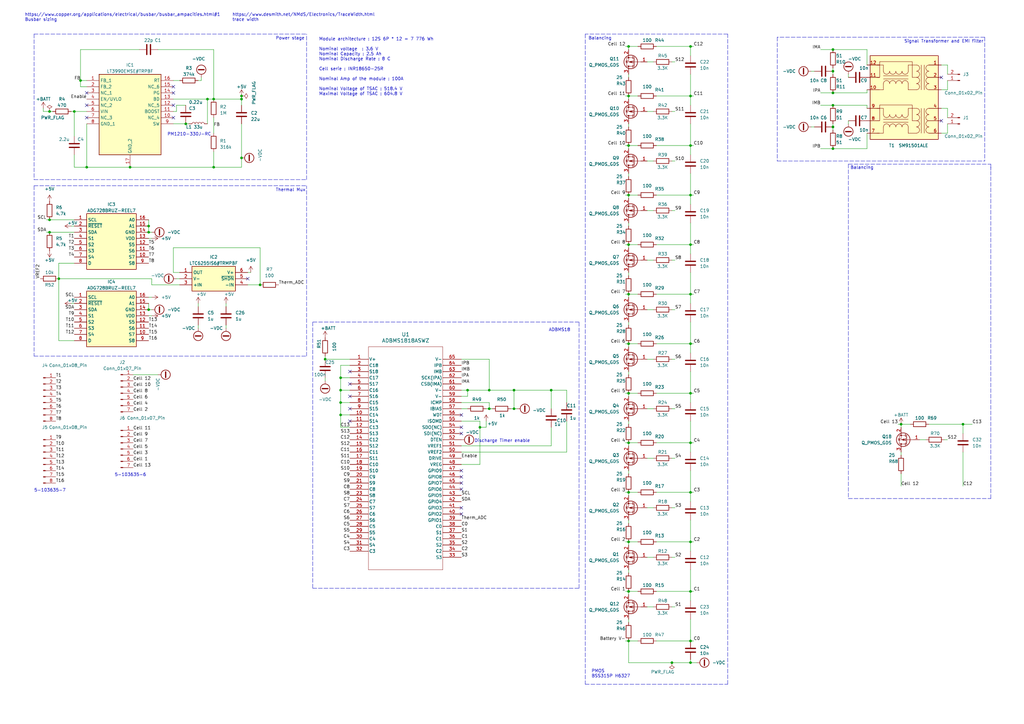
<source format=kicad_sch>
(kicad_sch (version 20231120) (generator "eeschema") (generator_version "8.0")
  (paper "A3")
  (junction (at 210.82 167.64))
  (junction (at 283.21 262.89))
  (junction (at 35.56 68.58))
  (junction (at 257.81 262.89))
  (junction (at 20.32 90.17))
  (junction (at 85.09 40.64))
  (junction (at 341.63 60.96))
  (junction (at 53.34 68.58))
  (junction (at 341.63 20.32))
  (junction (at 210.82 160.02))
  (junction (at 196.85 175.26))
  (junction (at 257.81 181.61))
  (junction (at 33.02 33.02))
  (junction (at 283.21 100.33))
  (junction (at 283.21 271.78))
  (junction (at 257.81 100.33))
  (junction (at 369.57 173.99))
  (junction (at 283.21 181.61))
  (junction (at 76.2 50.8))
  (junction (at 99.06 64.77))
  (junction (at 106.68 116.84))
  (junction (at 257.81 59.69))
  (junction (at 133.35 147.32))
  (junction (at 226.06 160.02))
  (junction (at 283.21 222.25))
  (junction (at 60.96 92.71))
  (junction (at 283.21 201.93))
  (junction (at 283.21 140.97))
  (junction (at 30.48 45.72))
  (junction (at 87.63 68.58))
  (junction (at 139.7 160.02))
  (junction (at 275.59 271.78))
  (junction (at 257.81 242.57))
  (junction (at 20.32 95.25))
  (junction (at 341.63 38.1))
  (junction (at 257.81 19.05))
  (junction (at 341.63 52.07))
  (junction (at 24.13 114.3))
  (junction (at 139.7 165.1))
  (junction (at 257.81 161.29))
  (junction (at 60.96 95.25))
  (junction (at 99.06 39.37))
  (junction (at 20.32 45.72))
  (junction (at 60.96 127))
  (junction (at 257.81 120.65))
  (junction (at 394.97 173.99))
  (junction (at 283.21 80.01))
  (junction (at 283.21 120.65))
  (junction (at 283.21 19.05))
  (junction (at 87.63 40.64))
  (junction (at 257.81 201.93))
  (junction (at 200.66 167.64))
  (junction (at 99.06 40.64))
  (junction (at 139.7 170.18))
  (junction (at 341.63 29.21))
  (junction (at 257.81 80.01))
  (junction (at 283.21 161.29))
  (junction (at 283.21 39.37))
  (junction (at 191.77 160.02))
  (junction (at 257.81 140.97))
  (junction (at 200.66 160.02))
  (junction (at 257.81 39.37))
  (junction (at 283.21 242.57))
  (junction (at 283.21 59.69))
  (junction (at 341.63 43.18))
  (junction (at 257.81 222.25))
  (junction (at 139.7 154.94))
  (no_connect (at 143.51 152.4))
  (no_connect (at 189.23 193.04))
  (no_connect (at 71.12 38.1))
  (no_connect (at 386.08 49.53))
  (no_connect (at 35.56 43.18))
  (no_connect (at 143.51 167.64))
  (no_connect (at 189.23 175.26))
  (no_connect (at 189.23 210.82))
  (no_connect (at 71.12 43.18))
  (no_connect (at 189.23 195.58))
  (no_connect (at 143.51 162.56))
  (no_connect (at 386.08 31.75))
  (no_connect (at 189.23 170.18))
  (no_connect (at 143.51 172.72))
  (no_connect (at 189.23 208.28))
  (no_connect (at 35.56 38.1))
  (no_connect (at 71.12 35.56))
  (no_connect (at 35.56 48.26))
  (no_connect (at 143.51 157.48))
  (no_connect (at 189.23 177.8))
  (no_connect (at 189.23 200.66))
  (no_connect (at 189.23 198.12))
  (no_connect (at 71.12 48.26))
  (no_connect (at 101.6 114.3))
  (wire (pts (xy 388.62 54.61) (xy 386.08 54.61)))
  (wire (pts (xy 82.55 31.75) (xy 82.55 33.02)))
  (wire (pts (xy 276.86 106.68) (xy 275.59 106.68)))
  (wire (pts (xy 265.43 106.68) (xy 267.97 106.68)))
  (wire (pts (xy 200.66 167.64) (xy 201.93 167.64)))
  (wire (pts (xy 85.09 40.64) (xy 85.09 50.8)))
  (wire (pts (xy 72.39 114.3) (xy 73.66 114.3)))
  (wire (pts (xy 283.21 201.93) (xy 283.21 205.74)))
  (polyline (pts (xy 240.03 280.67) (xy 298.45 280.67)) (stroke (width 0) (type dash)))
  (wire (pts (xy 33.02 20.32) (xy 33.02 33.02)))
  (wire (pts (xy 283.21 30.48) (xy 283.21 39.37)))
  (wire (pts (xy 283.21 262.89) (xy 284.48 262.89)))
  (wire (pts (xy 20.32 95.25) (xy 30.48 95.25)))
  (wire (pts (xy 257.81 172.72) (xy 257.81 173.99)))
  (wire (pts (xy 92.71 124.46) (xy 92.71 125.73)))
  (wire (pts (xy 347.98 49.53) (xy 347.98 50.8)))
  (wire (pts (xy 62.23 116.84) (xy 62.23 114.3)))
  (wire (pts (xy 60.96 92.71) (xy 60.96 95.25)))
  (wire (pts (xy 24.13 114.3) (xy 24.13 139.7)))
  (wire (pts (xy 265.43 187.96) (xy 267.97 187.96)))
  (wire (pts (xy 257.81 242.57) (xy 261.62 242.57)))
  (wire (pts (xy 257.81 71.12) (xy 257.81 72.39)))
  (wire (pts (xy 265.43 228.6) (xy 267.97 228.6)))
  (wire (pts (xy 257.81 50.8) (xy 257.81 52.07)))
  (wire (pts (xy 276.86 127) (xy 275.59 127)))
  (wire (pts (xy 257.81 222.25) (xy 261.62 222.25)))
  (wire (pts (xy 199.39 175.26) (xy 196.85 175.26)))
  (wire (pts (xy 283.21 193.04) (xy 283.21 201.93)))
  (wire (pts (xy 257.81 59.69) (xy 261.62 59.69)))
  (wire (pts (xy 60.96 95.25) (xy 62.23 95.25)))
  (wire (pts (xy 276.86 147.32) (xy 275.59 147.32)))
  (wire (pts (xy 200.66 165.1) (xy 200.66 167.64)))
  (wire (pts (xy 60.96 124.46) (xy 60.96 127)))
  (wire (pts (xy 60.96 127) (xy 62.23 127)))
  (wire (pts (xy 256.54 19.05) (xy 257.81 19.05)))
  (polyline (pts (xy 406.4 67.31) (xy 406.4 69.85)) (stroke (width 0) (type dash)))
  (wire (pts (xy 19.05 95.25) (xy 20.32 95.25)))
  (wire (pts (xy 276.86 66.04) (xy 275.59 66.04)))
  (wire (pts (xy 283.21 100.33) (xy 283.21 104.14)))
  (wire (pts (xy 24.13 107.95) (xy 30.48 107.95)))
  (wire (pts (xy 256.54 140.97) (xy 257.81 140.97)))
  (wire (pts (xy 265.43 127) (xy 267.97 127)))
  (wire (pts (xy 73.66 116.84) (xy 62.23 116.84)))
  (wire (pts (xy 71.12 33.02) (xy 73.66 33.02)))
  (wire (pts (xy 139.7 160.02) (xy 143.51 160.02)))
  (polyline (pts (xy 13.97 73.66) (xy 125.73 73.66)) (stroke (width 0) (type dash)))
  (wire (pts (xy 377.19 180.34) (xy 379.73 180.34)))
  (wire (pts (xy 369.57 173.99) (xy 373.38 173.99)))
  (wire (pts (xy 133.35 154.94) (xy 133.35 156.21)))
  (wire (pts (xy 60.96 97.79) (xy 62.23 97.79)))
  (wire (pts (xy 199.39 175.26) (xy 199.39 172.72)))
  (wire (pts (xy 269.24 201.93) (xy 283.21 201.93)))
  (wire (pts (xy 257.81 91.44) (xy 257.81 92.71)))
  (wire (pts (xy 283.21 59.69) (xy 284.48 59.69)))
  (wire (pts (xy 257.81 132.08) (xy 257.81 133.35)))
  (wire (pts (xy 257.81 121.92) (xy 257.81 120.65)))
  (wire (pts (xy 257.81 142.24) (xy 257.81 140.97)))
  (wire (pts (xy 283.21 222.25) (xy 283.21 226.06)))
  (wire (pts (xy 257.81 181.61) (xy 261.62 181.61)))
  (wire (pts (xy 257.81 19.05) (xy 261.62 19.05)))
  (wire (pts (xy 276.86 86.36) (xy 275.59 86.36)))
  (wire (pts (xy 257.81 162.56) (xy 257.81 161.29)))
  (wire (pts (xy 257.81 140.97) (xy 261.62 140.97)))
  (wire (pts (xy 30.48 63.5) (xy 30.48 68.58)))
  (wire (pts (xy 189.23 167.64) (xy 191.77 167.64)))
  (wire (pts (xy 283.21 161.29) (xy 284.48 161.29)))
  (wire (pts (xy 341.63 52.07) (xy 341.63 53.34)))
  (polyline (pts (xy 13.97 146.05) (xy 125.73 146.05)) (stroke (width 0) (type dash)))
  (wire (pts (xy 209.55 167.64) (xy 210.82 167.64)))
  (wire (pts (xy 101.6 116.84) (xy 106.68 116.84)))
  (wire (pts (xy 256.54 39.37) (xy 257.81 39.37)))
  (wire (pts (xy 210.82 160.02) (xy 226.06 160.02)))
  (wire (pts (xy 226.06 167.64) (xy 226.06 160.02)))
  (wire (pts (xy 35.56 68.58) (xy 53.34 68.58)))
  (wire (pts (xy 355.6 60.96) (xy 341.63 60.96)))
  (wire (pts (xy 275.59 271.78) (xy 257.81 271.78)))
  (wire (pts (xy 232.41 185.42) (xy 189.23 185.42)))
  (wire (pts (xy 196.85 190.5) (xy 189.23 190.5)))
  (wire (pts (xy 269.24 120.65) (xy 283.21 120.65)))
  (polyline (pts (xy 298.45 13.97) (xy 240.03 13.97)) (stroke (width 0) (type dash)))
  (wire (pts (xy 99.06 43.18) (xy 99.06 40.64)))
  (wire (pts (xy 369.57 199.39) (xy 369.57 194.31)))
  (wire (pts (xy 257.81 193.04) (xy 257.81 194.31)))
  (wire (pts (xy 283.21 140.97) (xy 284.48 140.97)))
  (wire (pts (xy 257.81 201.93) (xy 261.62 201.93)))
  (wire (pts (xy 256.54 120.65) (xy 257.81 120.65)))
  (wire (pts (xy 388.62 36.83) (xy 386.08 36.83)))
  (wire (pts (xy 283.21 50.8) (xy 283.21 59.69)))
  (wire (pts (xy 139.7 149.86) (xy 139.7 154.94)))
  (wire (pts (xy 283.21 140.97) (xy 283.21 144.78)))
  (wire (pts (xy 355.6 54.61) (xy 355.6 60.96)))
  (polyline (pts (xy 237.49 132.08) (xy 128.27 132.08)) (stroke (width 0) (type dash)))
  (wire (pts (xy 269.24 59.69) (xy 283.21 59.69)))
  (wire (pts (xy 283.21 254) (xy 283.21 262.89)))
  (wire (pts (xy 257.81 243.84) (xy 257.81 242.57)))
  (polyline (pts (xy 125.73 146.05) (xy 125.73 76.2)) (stroke (width 0) (type dash)))
  (wire (pts (xy 24.13 114.3) (xy 24.13 107.95)))
  (wire (pts (xy 355.6 38.1) (xy 341.63 38.1)))
  (wire (pts (xy 388.62 50.8) (xy 388.62 54.61)))
  (wire (pts (xy 210.82 160.02) (xy 210.82 167.64)))
  (wire (pts (xy 71.12 40.64) (xy 85.09 40.64)))
  (wire (pts (xy 265.43 66.04) (xy 267.97 66.04)))
  (polyline (pts (xy 240.03 13.97) (xy 240.03 280.67)) (stroke (width 0) (type dash)))
  (wire (pts (xy 283.21 100.33) (xy 284.48 100.33)))
  (wire (pts (xy 24.13 114.3) (xy 62.23 114.3)))
  (wire (pts (xy 336.55 38.1) (xy 341.63 38.1)))
  (polyline (pts (xy 13.97 76.2) (xy 125.73 76.2)) (stroke (width 0) (type dash)))
  (wire (pts (xy 269.24 262.89) (xy 283.21 262.89)))
  (wire (pts (xy 143.51 149.86) (xy 139.7 149.86)))
  (wire (pts (xy 87.63 68.58) (xy 87.63 62.23)))
  (wire (pts (xy 265.43 208.28) (xy 267.97 208.28)))
  (wire (pts (xy 283.21 39.37) (xy 283.21 43.18)))
  (wire (pts (xy 276.86 248.92) (xy 275.59 248.92)))
  (wire (pts (xy 139.7 170.18) (xy 139.7 175.26)))
  (wire (pts (xy 257.81 40.64) (xy 257.81 39.37)))
  (wire (pts (xy 53.34 68.58) (xy 87.63 68.58)))
  (wire (pts (xy 283.21 181.61) (xy 283.21 185.42)))
  (polyline (pts (xy 347.98 204.47) (xy 406.4 204.47)) (stroke (width 0) (type dash)))
  (wire (pts (xy 388.62 180.34) (xy 387.35 180.34)))
  (wire (pts (xy 19.05 90.17) (xy 20.32 90.17)))
  (wire (pts (xy 336.55 20.32) (xy 341.63 20.32)))
  (wire (pts (xy 257.81 233.68) (xy 257.81 234.95)))
  (polyline (pts (xy 318.77 15.24) (xy 318.77 66.04)) (stroke (width 0) (type dash)))
  (wire (pts (xy 33.02 35.56) (xy 35.56 35.56)))
  (wire (pts (xy 20.32 90.17) (xy 30.48 90.17)))
  (wire (pts (xy 269.24 19.05) (xy 283.21 19.05)))
  (polyline (pts (xy 13.97 76.2) (xy 13.97 146.05)) (stroke (width 0) (type dash)))
  (wire (pts (xy 388.62 33.02) (xy 388.62 36.83)))
  (wire (pts (xy 71.12 50.8) (xy 76.2 50.8)))
  (wire (pts (xy 332.74 52.07) (xy 334.01 52.07)))
  (wire (pts (xy 341.63 50.8) (xy 341.63 52.07)))
  (wire (pts (xy 269.24 181.61) (xy 283.21 181.61)))
  (wire (pts (xy 76.2 50.8) (xy 77.47 50.8)))
  (wire (pts (xy 139.7 170.18) (xy 143.51 170.18)))
  (wire (pts (xy 265.43 167.64) (xy 267.97 167.64)))
  (wire (pts (xy 99.06 64.77) (xy 99.06 68.58)))
  (wire (pts (xy 355.6 44.45) (xy 355.6 43.18)))
  (wire (pts (xy 265.43 248.92) (xy 267.97 248.92)))
  (wire (pts (xy 64.77 20.32) (xy 87.63 20.32)))
  (wire (pts (xy 189.23 172.72) (xy 196.85 172.72)))
  (wire (pts (xy 283.21 19.05) (xy 283.21 22.86)))
  (wire (pts (xy 210.82 160.02) (xy 200.66 160.02)))
  (wire (pts (xy 139.7 154.94) (xy 143.51 154.94)))
  (wire (pts (xy 257.81 213.36) (xy 257.81 214.63)))
  (wire (pts (xy 33.02 33.02) (xy 33.02 35.56)))
  (wire (pts (xy 99.06 40.64) (xy 87.63 40.64)))
  (wire (pts (xy 257.81 271.78) (xy 257.81 262.89)))
  (wire (pts (xy 283.21 120.65) (xy 283.21 124.46)))
  (wire (pts (xy 283.21 222.25) (xy 284.48 222.25)))
  (wire (pts (xy 60.96 129.54) (xy 62.23 129.54)))
  (wire (pts (xy 210.82 167.64) (xy 212.09 167.64)))
  (wire (pts (xy 283.21 161.29) (xy 283.21 165.1)))
  (wire (pts (xy 232.41 172.72) (xy 232.41 185.42)))
  (wire (pts (xy 257.81 152.4) (xy 257.81 153.67)))
  (polyline (pts (xy 403.86 15.24) (xy 318.77 15.24)) (stroke (width 0) (type dash)))
  (wire (pts (xy 355.6 43.18) (xy 341.63 43.18)))
  (wire (pts (xy 257.81 30.48) (xy 257.81 31.75)))
  (wire (pts (xy 200.66 147.32) (xy 189.23 147.32)))
  (wire (pts (xy 99.06 39.37) (xy 99.06 40.64)))
  (polyline (pts (xy 403.86 15.24) (xy 403.86 66.04)) (stroke (width 0) (type dash)))
  (wire (pts (xy 283.21 111.76) (xy 283.21 120.65)))
  (wire (pts (xy 355.6 26.67) (xy 355.6 20.32)))
  (wire (pts (xy 20.32 45.72) (xy 21.59 45.72)))
  (wire (pts (xy 276.86 167.64) (xy 275.59 167.64)))
  (wire (pts (xy 283.21 91.44) (xy 283.21 100.33)))
  (polyline (pts (xy 128.27 241.3) (xy 237.49 241.3)) (stroke (width 0) (type dash)))
  (wire (pts (xy 276.86 208.28) (xy 275.59 208.28)))
  (wire (pts (xy 257.81 80.01) (xy 261.62 80.01)))
  (wire (pts (xy 71.12 101.6) (xy 71.12 111.76)))
  (wire (pts (xy 369.57 173.99) (xy 369.57 175.26)))
  (polyline (pts (xy 318.77 66.04) (xy 403.86 66.04)) (stroke (width 0) (type dash)))
  (wire (pts (xy 35.56 50.8) (xy 35.56 68.58)))
  (wire (pts (xy 341.63 29.21) (xy 341.63 27.94)))
  (wire (pts (xy 257.81 111.76) (xy 257.81 113.03)))
  (wire (pts (xy 283.21 120.65) (xy 284.48 120.65)))
  (wire (pts (xy 257.81 39.37) (xy 261.62 39.37)))
  (wire (pts (xy 269.24 140.97) (xy 283.21 140.97)))
  (wire (pts (xy 257.81 101.6) (xy 257.81 100.33)))
  (wire (pts (xy 283.21 242.57) (xy 283.21 246.38)))
  (wire (pts (xy 388.62 26.67) (xy 386.08 26.67)))
  (wire (pts (xy 256.54 181.61) (xy 257.81 181.61)))
  (wire (pts (xy 265.43 45.72) (xy 267.97 45.72)))
  (wire (pts (xy 226.06 160.02) (xy 232.41 160.02)))
  (wire (pts (xy 265.43 147.32) (xy 267.97 147.32)))
  (wire (pts (xy 355.6 36.83) (xy 355.6 38.1)))
  (wire (pts (xy 285.75 271.78) (xy 283.21 271.78)))
  (wire (pts (xy 232.41 165.1) (xy 232.41 160.02)))
  (wire (pts (xy 257.81 100.33) (xy 261.62 100.33)))
  (wire (pts (xy 71.12 45.72) (xy 72.39 45.72)))
  (polyline (pts (xy 347.98 67.31) (xy 347.98 204.47)) (stroke (width 0) (type dash)))
  (wire (pts (xy 341.63 30.48) (xy 341.63 29.21)))
  (wire (pts (xy 283.21 271.78) (xy 283.21 270.51)))
  (wire (pts (xy 87.63 68.58) (xy 99.06 68.58)))
  (wire (pts (xy 336.55 43.18) (xy 341.63 43.18)))
  (wire (pts (xy 71.12 111.76) (xy 73.66 111.76)))
  (wire (pts (xy 81.28 33.02) (xy 82.55 33.02)))
  (wire (pts (xy 29.21 124.46) (xy 30.48 124.46)))
  (wire (pts (xy 257.81 262.89) (xy 261.62 262.89)))
  (polyline (pts (xy 13.97 13.97) (xy 13.97 73.66)) (stroke (width 0) (type dash)))
  (wire (pts (xy 256.54 100.33) (xy 257.81 100.33)))
  (wire (pts (xy 355.6 20.32) (xy 341.63 20.32)))
  (wire (pts (xy 283.21 59.69) (xy 283.21 63.5)))
  (wire (pts (xy 106.68 101.6) (xy 71.12 101.6)))
  (wire (pts (xy 30.48 45.72) (xy 35.56 45.72)))
  (wire (pts (xy 283.21 39.37) (xy 284.48 39.37)))
  (wire (pts (xy 17.78 45.72) (xy 20.32 45.72)))
  (wire (pts (xy 60.96 121.92) (xy 62.23 121.92)))
  (wire (pts (xy 283.21 201.93) (xy 284.48 201.93)))
  (wire (pts (xy 283.21 213.36) (xy 283.21 222.25)))
  (wire (pts (xy 283.21 152.4) (xy 283.21 161.29)))
  (wire (pts (xy 189.23 165.1) (xy 200.66 165.1)))
  (polyline (pts (xy 298.45 280.67) (xy 298.45 13.97)) (stroke (width 0) (type dash)))
  (wire (pts (xy 106.68 116.84) (xy 106.68 101.6)))
  (wire (pts (xy 256.54 262.89) (xy 257.81 262.89)))
  (wire (pts (xy 81.28 124.46) (xy 81.28 125.73)))
  (wire (pts (xy 257.81 182.88) (xy 257.81 181.61)))
  (wire (pts (xy 283.21 19.05) (xy 284.48 19.05)))
  (wire (pts (xy 269.24 100.33) (xy 283.21 100.33)))
  (wire (pts (xy 139.7 160.02) (xy 139.7 165.1)))
  (wire (pts (xy 257.81 254) (xy 257.81 255.27)))
  (wire (pts (xy 133.35 147.32) (xy 143.51 147.32)))
  (wire (pts (xy 17.78 44.45) (xy 17.78 45.72)))
  (wire (pts (xy 332.74 29.21) (xy 334.01 29.21)))
  (wire (pts (xy 256.54 222.25) (xy 257.81 222.25)))
  (wire (pts (xy 269.24 161.29) (xy 283.21 161.29)))
  (wire (pts (xy 394.97 173.99) (xy 394.97 177.8)))
  (wire (pts (xy 33.02 33.02) (xy 35.56 33.02)))
  (wire (pts (xy 256.54 201.93) (xy 257.81 201.93)))
  (wire (pts (xy 85.09 40.64) (xy 87.63 40.64)))
  (wire (pts (xy 283.21 80.01) (xy 283.21 83.82)))
  (wire (pts (xy 256.54 59.69) (xy 257.81 59.69)))
  (wire (pts (xy 388.62 44.45) (xy 386.08 44.45)))
  (wire (pts (xy 60.96 90.17) (xy 60.96 92.71)))
  (wire (pts (xy 256.54 161.29) (xy 257.81 161.29)))
  (wire (pts (xy 276.86 25.4) (xy 275.59 25.4)))
  (wire (pts (xy 57.15 20.32) (xy 33.02 20.32)))
  (wire (pts (xy 381 173.99) (xy 394.97 173.99)))
  (polyline (pts (xy 125.73 73.66) (xy 125.73 13.97)) (stroke (width 0) (type dash)))
  (wire (pts (xy 283.21 242.57) (xy 284.48 242.57)))
  (wire (pts (xy 81.28 133.35) (xy 81.28 134.62)))
  (wire (pts (xy 133.35 146.05) (xy 133.35 147.32)))
  (wire (pts (xy 199.39 167.64) (xy 200.66 167.64)))
  (wire (pts (xy 29.21 92.71) (xy 30.48 92.71)))
  (polyline (pts (xy 13.97 13.97) (xy 125.73 13.97)) (stroke (width 0) (type dash)))
  (wire (pts (xy 276.86 45.72) (xy 275.59 45.72)))
  (wire (pts (xy 269.24 80.01) (xy 283.21 80.01)))
  (wire (pts (xy 257.81 81.28) (xy 257.81 80.01)))
  (wire (pts (xy 76.2 43.18) (xy 72.39 43.18)))
  (polyline (pts (xy 237.49 241.3) (xy 237.49 132.08)) (stroke (width 0) (type dash)))
  (wire (pts (xy 283.21 233.68) (xy 283.21 242.57)))
  (wire (pts (xy 283.21 132.08) (xy 283.21 140.97)))
  (wire (pts (xy 87.63 48.26) (xy 87.63 54.61)))
  (wire (pts (xy 283.21 80.01) (xy 284.48 80.01)))
  (wire (pts (xy 283.21 271.78) (xy 275.59 271.78)))
  (wire (pts (xy 269.24 242.57) (xy 283.21 242.57)))
  (wire (pts (xy 30.48 68.58) (xy 35.56 68.58)))
  (polyline (pts (xy 347.98 67.31) (xy 406.4 67.31)) (stroke (width 0) (type dash)))
  (wire (pts (xy 87.63 20.32) (xy 87.63 40.64)))
  (wire (pts (xy 388.62 30.48) (xy 388.62 26.67)))
  (wire (pts (xy 139.7 165.1) (xy 143.51 165.1)))
  (wire (pts (xy 101.6 111.76) (xy 102.87 111.76)))
  (wire (pts (xy 368.3 173.99) (xy 369.57 173.99)))
  (wire (pts (xy 139.7 154.94) (xy 139.7 160.02)))
  (wire (pts (xy 369.57 185.42) (xy 369.57 186.69)))
  (wire (pts (xy 99.06 50.8) (xy 99.06 64.77)))
  (wire (pts (xy 276.86 187.96) (xy 275.59 187.96)))
  (wire (pts (xy 139.7 175.26) (xy 143.51 175.26)))
  (wire (pts (xy 257.81 223.52) (xy 257.81 222.25)))
  (polyline (pts (xy 406.4 204.47) (xy 406.4 68.58)) (stroke (width 0) (type dash)))
  (wire (pts (xy 226.06 175.26) (xy 226.06 182.88)))
  (wire (pts (xy 256.54 242.57) (xy 257.81 242.57)))
  (wire (pts (xy 54.61 153.67) (xy 64.77 153.67)))
  (wire (pts (xy 394.97 173.99) (xy 398.78 173.99)))
  (wire (pts (xy 394.97 185.42) (xy 394.97 199.39)))
  (wire (pts (xy 189.23 160.02) (xy 191.77 160.02)))
  (wire (pts (xy 276.86 228.6) (xy 275.59 228.6)))
  (wire (pts (xy 92.71 133.35) (xy 92.71 134.62)))
  (wire (pts (xy 196.85 175.26) (xy 196.85 190.5)))
  (wire (pts (xy 200.66 160.02) (xy 200.66 147.32)))
  (wire (pts (xy 269.24 222.25) (xy 283.21 222.25)))
  (wire (pts (xy 72.39 43.18) (xy 72.39 45.72)))
  (wire (pts (xy 347.98 31.75) (xy 347.98 30.48)))
  (wire (pts (xy 139.7 165.1) (xy 139.7 170.18)))
  (wire (pts (xy 191.77 162.56) (xy 189.23 162.56)))
  (wire (pts (xy 283.21 71.12) (xy 283.21 80.01)))
  (wire (pts (xy 30.48 45.72) (xy 30.48 55.88)))
  (wire (pts (xy 257.81 161.29) (xy 261.62 161.29)))
  (wire (pts (xy 257.81 120.65) (xy 261.62 120.65)))
  (wire (pts (xy 269.24 39.37) (xy 283.21 39.37)))
  (wire (pts (xy 191.77 160.02) (xy 191.77 162.56)))
  (wire (pts (xy 189.23 182.88) (xy 226.06 182.88)))
  (wire (pts (xy 265.43 86.36) (xy 267.97 86.36)))
  (wire (pts (xy 256.54 80.01) (xy 257.81 80.01)))
  (wire (pts (xy 196.85 175.26) (xy 196.85 172.72)))
  (wire (pts (xy 283.21 181.61) (xy 284.48 181.61)))
  (wire (pts (xy 336.55 60.96) (xy 341.63 60.96)))
  (polyline (pts (xy 128.27 132.08) (xy 128.27 241.3)) (stroke (width 0) (type dash)))
  (wire (pts (xy 200.66 160.02) (xy 191.77 160.02)))
  (wire (pts (xy 29.21 45.72) (xy 30.48 45.72)))
  (wire (pts (xy 257.81 60.96) (xy 257.81 59.69)))
  (wire (pts (xy 283.21 172.72) (xy 283.21 181.61)))
  (wire (pts (xy 257.81 20.32) (xy 257.81 19.05)))
  (wire (pts (xy 257.81 203.2) (xy 257.81 201.93)))
  (wire (pts (xy 388.62 48.26) (xy 388.62 44.45)))
  (wire (pts (xy 30.48 139.7) (xy 24.13 139.7)))
  (wire (pts (xy 265.43 25.4) (xy 267.97 25.4)))
  (text "Module architecture : 12S 6P * 12 = 7 776 Wh\n\nNominal voltage  : 3.6 V \nNominal Capacity : 2.5 Ah\nNominal Discharge Rate : 8 C\n\nCell serie : INR18650-25R\n\nNominal Amp of the module : 100A \n\nNominal Voltage of TSAC : 518.4 V\nMaximal Voltage of TSAC : 604.8 V" (at 130.81 39.37 0) (effects (font (size 1.27 1.27)) (justify left bottom)))
  (text "PMOS \nBSS315P H6327\n" (at 242.57 278.13 0) (effects (font (size 1.27 1.27)) (justify left bottom)))
  (text "PM1210-330J-RC\n" (at 68.58 55.88 0) (effects (font (size 1.27 1.27)) (justify left bottom)))
  (text "Balancing\n" (at 241.3 16.51 0) (effects (font (size 1.27 1.27)) (justify left bottom)))
  (text "Thermal Mux\n" (at 113.03 78.74 0) (effects (font (size 1.27 1.27)) (justify left bottom)))
  (text "Power stage" (at 113.03 16.51 0) (effects (font (size 1.27 1.27)) (justify left bottom)))
  (text "Signal Transformer and EMI filter\n" (at 370.84 17.78 0) (effects (font (size 1.27 1.27)) (justify left bottom)))
  (text "ADBMS18" (at 225.044 136.144 0) (effects (font (size 1.27 1.27)) (justify left bottom)))
  (text "Balancing\n" (at 348.742 69.596 0) (effects (font (size 1.27 1.27)) (justify left bottom)))
  (text "https://www.desmith.net/NMdS/Electronics/TraceWidth.html\ntrace width" (at 95.25 8.89 0) (effects (font (size 1.27 1.27)) (justify left bottom)))
  (text "5-103635-7\n" (at 13.97 201.93 0) (effects (font (size 1.27 1.27)) (justify left bottom)))
  (text "https://www.copper.org/applications/electrical/busbar/busbar_ampacities.html#1\nBusbar sizing\n" (at 10.16 8.89 0) (effects (font (size 1.27 1.27)) (justify left bottom)))
  (text "5-103635-6\n" (at 46.99 195.58 0) (effects (font (size 1.27 1.27)) (justify left bottom)))
  (text "Discharge Timer enable" (at 194.564 181.61 0) (effects (font (size 1.27 1.27)) (justify left bottom)))
  (label "T4" (at 22.86 162.56 0))
  (label "C11" (at 284.48 39.37 0))
  (label "Cell 4" (at 256.54 181.61 180))
  (label "S12" (at 143.51 182.88 180))
  (label "C8" (at 143.51 200.66 180))
  (label "C7" (at 284.48 120.65 0))
  (label "C6" (at 143.51 210.82 180))
  (label "C2" (at 189.23 226.06 0))
  (label "Therm_ADC" (at 114.3 116.84 0))
  (label "SDA" (at 189.23 205.74 0))
  (label "Cell 3" (at 54.61 186.69 0))
  (label "Cell 9" (at 54.61 179.07 0))
  (label "T14" (at 60.96 134.62 0))
  (label "Enable" (at 35.56 40.64 180))
  (label "SDA" (at 30.48 127 180))
  (label "S13" (at 143.51 177.8 180))
  (label "Battery V-" (at 256.54 262.89 180))
  (label "S7" (at 143.51 208.28 180))
  (label "Cell 6" (at 54.61 163.83 0))
  (label "SCL" (at 189.23 203.2 0))
  (label "FB" (at 33.02 33.02 180))
  (label "C11" (at 143.51 185.42 180))
  (label "S11" (at 143.51 187.96 180))
  (label "C12" (at 143.51 180.34 180))
  (label "C9" (at 284.48 80.01 0))
  (label "Cell 1" (at 256.54 242.57 180))
  (label "S9" (at 276.86 86.36 0))
  (label "S10" (at 276.86 66.04 0))
  (label "T12" (at 30.48 137.16 180))
  (label "SCL" (at 30.48 121.92 180))
  (label "Enable" (at 189.23 187.96 0))
  (label "Cell 5" (at 256.54 161.29 180))
  (label "C12" (at 394.97 199.39 0))
  (label "Cell 1" (at 54.61 189.23 0))
  (label "Cell 8" (at 54.61 161.29 0))
  (label "Cell 13" (at 368.3 173.99 180))
  (label "C12" (at 284.48 19.05 0))
  (label "C1" (at 189.23 220.98 0))
  (label "Cell 5" (at 54.61 184.15 0))
  (label "Cell 6" (at 256.54 140.97 180))
  (label "S3" (at 189.23 228.6 0))
  (label "Cell 4" (at 54.61 166.37 0))
  (label "T16" (at 60.96 139.7 0))
  (label "S5" (at 276.86 167.64 0))
  (label "S11" (at 276.86 45.72 0))
  (label "Cell 8" (at 256.54 100.33 180))
  (label "S6" (at 143.51 213.36 180))
  (label "Cell 2" (at 256.54 222.25 180))
  (label "S12" (at 388.62 180.34 0))
  (label "T15" (at 60.96 137.16 0))
  (label "S2" (at 276.86 228.6 0))
  (label "Cell 3" (at 256.54 201.93 180))
  (label "Cell 10" (at 54.61 158.75 0))
  (label "Cell 12" (at 369.57 199.39 0))
  (label "S3" (at 276.86 208.28 0))
  (label "IPA" (at 189.23 154.94 0))
  (label "T3" (at 22.86 160.02 0))
  (label "S4" (at 143.51 223.52 180))
  (label "IMB" (at 336.55 43.18 180))
  (label "T7" (at 60.96 105.41 0))
  (label "T1" (at 22.86 154.94 0))
  (label "C4" (at 143.51 220.98 180))
  (label "T11" (at 30.48 134.62 180))
  (label "IMB" (at 189.23 152.4 0))
  (label "C0" (at 189.23 215.9 0))
  (label "T10" (at 30.48 132.08 180))
  (label "T6" (at 22.86 167.64 0))
  (label "C10" (at 284.48 59.69 0))
  (label "S1" (at 276.86 248.92 0))
  (label "C2" (at 284.48 222.25 0))
  (label "IPB" (at 336.55 60.96 180))
  (label "Cell 12" (at 54.61 156.21 0))
  (label "C0" (at 284.48 262.89 0))
  (label "S10" (at 143.51 193.04 180))
  (label "Cell 9" (at 256.54 80.01 180))
  (label "S8" (at 276.86 106.68 0))
  (label "Cell 11" (at 54.61 176.53 0))
  (label "Therm_ADC" (at 189.23 213.36 0))
  (label "T8" (at 60.96 107.95 0))
  (label "FB" (at 87.63 52.07 0))
  (label "Cell 11" (at 256.54 39.37 180))
  (label "T4" (at 30.48 105.41 180))
  (label "S8" (at 143.51 203.2 180))
  (label "T13" (at 60.96 132.08 0))
  (label "VREF2" (at 16.51 114.3 90))
  (label "Cell 12" (at 256.54 19.05 180))
  (label "T5" (at 22.86 165.1 0))
  (label "SCL" (at 19.05 90.17 180))
  (label "IPA" (at 336.55 38.1 180))
  (label "C7" (at 143.51 205.74 180))
  (label "C1" (at 284.48 242.57 0))
  (label "T3" (at 30.48 102.87 180))
  (label "T2" (at 22.86 157.48 0))
  (label "T7" (at 22.86 170.18 0))
  (label "SDA" (at 19.05 95.25 180))
  (label "S1" (at 189.23 218.44 0))
  (label "S12" (at 276.86 25.4 0))
  (label "Cell 13" (at 54.61 191.77 0))
  (label "C5" (at 143.51 215.9 180))
  (label "T8" (at 22.86 172.72 0))
  (label "C3" (at 143.51 226.06 180))
  (label "C3" (at 284.48 201.93 0))
  (label "C13" (at 398.78 173.99 0))
  (label "T12" (at 22.86 187.96 0))
  (label "T9" (at 30.48 129.54 180))
  (label "C8" (at 284.48 100.33 0))
  (label "T15" (at 22.86 195.58 0))
  (label "T1" (at 30.48 97.79 180))
  (label "T2" (at 30.48 100.33 180))
  (label "Cell 7" (at 54.61 181.61 0))
  (label "S9" (at 143.51 198.12 180))
  (label "T6" (at 60.96 102.87 0))
  (label "T9" (at 22.86 180.34 0))
  (label "T13" (at 22.86 190.5 0))
  (label "C4" (at 284.48 181.61 0))
  (label "Cell 2" (at 54.61 168.91 0))
  (label "T11" (at 22.86 185.42 0))
  (label "S2" (at 189.23 223.52 0))
  (label "Cell 7" (at 256.54 120.65 180))
  (label "IPB" (at 189.23 149.86 0))
  (label "T14" (at 22.86 193.04 0))
  (label "Cell 10" (at 256.54 59.69 180))
  (label "IMA" (at 336.55 20.32 180))
  (label "C5" (at 284.48 161.29 0))
  (label "S6" (at 276.86 147.32 0))
  (label "C10" (at 143.51 190.5 180))
  (label "IMA" (at 189.23 157.48 0))
  (label "S5" (at 143.51 218.44 180))
  (label "C9" (at 143.51 195.58 180))
  (label "S7" (at 276.86 127 0))
  (label "T16" (at 22.86 198.12 0))
  (label "T5" (at 60.96 100.33 0))
  (label "C6" (at 284.48 140.97 0))
  (label "C13" (at 143.51 175.26 180))
  (label "S4" (at 276.86 187.96 0))
  (label "T10" (at 22.86 182.88 0))
  (symbol (lib_id "Device:Q_PMOS_GSD") (at 260.35 127 180) (unit 1)
    (property "Reference" "Q6" (at 254 125.73 0) (effects (justify left)))
    (property "Value" "Q_PMOS_GDS" (at 254 128.27 0) (effects (justify left)))
    (property "Footprint" "EPSA:SOT-23-3" (effects (hide yes)))
  )
  (symbol (lib_id "Device:C") (at 351.79 49.53 90) (unit 1)
    (property "Reference" "C7" (at 354.33 48.26 90))
    (property "Value" "10n" (at 354.33 53.34 90))
    (property "Footprint" "Capacitor_SMD:C_0805_2012Metric_Pad1.18x1.45mm_HandSolder" (effects (hide yes)))
  )
  (symbol (lib_id "EPSA_lib:LTC6255IS6#TRMPBF") (at 73.66 111.76 0) (unit 1)
    (property "Reference" "IC2" (at 87.63 105.41 0))
    (property "Value" "LTC6255IS6#TRMPBF" (at 87.63 107.95 0))
    (property "Footprint" "EPSA:SOT95P280X100-6N" (effects (hide yes)))
    (property "Datasheet" "http://www.analog.com/media/en/technical-documentation/data-sheets/625567fd.pdf" (effects (hide yes)))
    (property "Description" "A remplacer par MAX4239AUT+T (voir LIB)" (effects (hide yes)))
    (property "Height" "1" (effects (hide yes)))
    (property "Mouser Part Number" "584-LTC6255IS6TRMPBF" (effects (hide yes)))
    (property "Mouser Price/Stock" "https://www.mouser.co.uk/ProductDetail/Analog-Devices/LTC6255IS6TRMPBF?qs=hVkxg5c3xu%252BM0aXXLk0hVA%3D%3D" (effects (hide yes)))
    (property "Manufacturer_Name" "Analog Devices" (effects (hide yes)))
    (property "Manufacturer_Part_Number" "LTC6255IS6#TRMPBF" (effects (hide yes)))
  )
  (symbol (lib_id "power:+5V") (at 29.21 92.71 90) (unit 1)
    (property "Reference" "#PWR014" (effects (hide yes)))
    (property "Value" "+5V" (at 31.75 91.44 90) (effects (justify left)))
  )
  (symbol (lib_id "power:-VDC") (at 347.98 50.8 180) (unit 1)
    (property "Reference" "#PWR023" (effects (hide yes)))
    (property "Value" "-VDC" (at 350.52 57.15 0))
  )
  (symbol (lib_id "Device:R") (at 265.43 59.69 90) (unit 1)
    (property "Reference" "R38" (at 270.51 57.15 90))
    (property "Value" "100" (at 265.43 55.88 90))
    (property "Footprint" "Resistor_SMD:R_1206_3216Metric_Pad1.30x1.75mm_HandSolder" (effects (hide yes)))
  )
  (symbol (lib_id "Device:R") (at 257.81 157.48 180) (unit 1)
    (property "Reference" "R25" (at 252.73 156.21 0) (effects (justify right)))
    (property "Value" "25" (at 252.73 153.67 0) (effects (justify right)))
    (property "Footprint" "Resistor_SMD:R_2512_6332Metric_Pad1.40x3.35mm_HandSolder" (effects (hide yes)))
    (property "Description" "RC2512FK-0724RL " (effects (hide yes)))
  )
  (symbol (lib_id "Device:R") (at 271.78 167.64 90) (unit 1)
    (property "Reference" "R24" (at 271.78 165.1 90))
    (property "Value" "3.3K" (at 271.78 170.18 90))
    (property "Footprint" "Resistor_SMD:R_1206_3216Metric_Pad1.30x1.75mm_HandSolder" (effects (hide yes)))
  )
  (symbol (lib_id "Device:R") (at 271.78 248.92 90) (unit 1)
    (property "Reference" "R48" (at 271.78 246.38 90))
    (property "Value" "3.3K" (at 271.78 251.46 90))
    (property "Footprint" "Resistor_SMD:R_1206_3216Metric_Pad1.30x1.75mm_HandSolder" (effects (hide yes)))
  )
  (symbol (lib_id "power:+5V") (at 62.23 97.79 270) (unit 1)
    (property "Reference" "#PWR011" (effects (hide yes)))
    (property "Value" "+5V" (at 66.04 97.79 90) (effects (justify left)))
  )
  (symbol (lib_id "Device:C") (at 283.21 26.67 0) (unit 1)
    (property "Reference" "C22" (at 287.02 25.4 0) (effects (justify left)))
    (property "Value" "10n" (at 287.02 27.94 0) (effects (justify left)))
    (property "Footprint" "Capacitor_SMD:C_0805_2012Metric_Pad1.18x1.45mm_HandSolder" (effects (hide yes)))
  )
  (symbol (lib_id "Device:R") (at 265.43 181.61 90) (unit 1)
    (property "Reference" "R20" (at 270.51 179.07 90))
    (property "Value" "100" (at 265.43 177.8 90))
    (property "Footprint" "Resistor_SMD:R_1206_3216Metric_Pad1.30x1.75mm_HandSolder" (effects (hide yes)))
  )
  (symbol (lib_id "Device:R") (at 265.43 242.57 90) (unit 1)
    (property "Reference" "R15" (at 270.51 240.03 90))
    (property "Value" "100" (at 265.43 240.03 90))
    (property "Footprint" "Resistor_SMD:R_1206_3216Metric_Pad1.30x1.75mm_HandSolder" (effects (hide yes)))
  )
  (symbol (lib_id "Connector:Conn_01x02_Pin") (at 393.7 50.8 180) (unit 1)
    (property "Reference" "J1" (at 394.97 48.26 0) (effects (justify right)))
    (property "Value" "Conn_01x02_Pin" (at 387.35 55.88 0) (effects (justify right)))
    (property "Footprint" "EPSA:RHDR2W97P0X254_1X2_654X508X1379P" (effects (hide yes)))
  )
  (symbol (lib_id "Device:Q_PMOS_GSD") (at 372.11 180.34 180) (unit 1)
    (property "Reference" "Q18" (at 365.76 179.07 0) (effects (justify left)))
    (property "Value" "Q_PMOS_GDS" (at 365.76 181.61 0) (effects (justify left)))
    (property "Footprint" "EPSA:SOT95P237X112-3N" (effects (hide yes)))
  )
  (symbol (lib_id "Device:R") (at 265.43 100.33 90) (unit 1)
    (property "Reference" "R32" (at 270.51 97.79 90))
    (property "Value" "100" (at 265.43 96.52 90))
    (property "Footprint" "Resistor_SMD:R_1206_3216Metric_Pad1.30x1.75mm_HandSolder" (effects (hide yes)))
  )
  (symbol (lib_id "Device:R") (at 265.43 39.37 90) (unit 1)
    (property "Reference" "R41" (at 270.51 36.83 90))
    (property "Value" "100" (at 265.43 35.56 90))
    (property "Footprint" "Resistor_SMD:R_1206_3216Metric_Pad1.30x1.75mm_HandSolder" (effects (hide yes)))
  )
  (symbol (lib_id "Device:R") (at 271.78 25.4 90) (unit 1)
    (property "Reference" "R45" (at 271.78 22.86 90))
    (property "Value" "3.3K" (at 271.78 27.94 90))
    (property "Footprint" "Resistor_SMD:R_1206_3216Metric_Pad1.30x1.75mm_HandSolder" (effects (hide yes)))
  )
  (symbol (lib_id "power:-VDC") (at 92.71 134.62 180) (unit 1)
    (property "Reference" "#PWR031" (effects (hide yes)))
    (property "Value" "-VDC" (at 91.44 134.62 0) (effects (justify left)))
  )
  (symbol (lib_id "Device:R") (at 341.63 34.29 0) (mirror y) (unit 1)
    (property "Reference" "R11" (at 342.9 35.56 0) (effects (justify right)))
    (property "Value" "51" (at 342.9 33.02 0) (effects (justify right)))
    (property "Footprint" "Resistor_SMD:R_1206_3216Metric_Pad1.30x1.75mm_HandSolder" (effects (hide yes)))
  )
  (symbol (lib_id "power:+BATT") (at 133.35 138.43 0) (unit 1)
    (property "Reference" "#PWR030" (effects (hide yes)))
    (property "Value" "+BATT" (at 134.62 134.62 0))
  )
  (symbol (lib_id "Device:Q_PMOS_GSD") (at 260.35 228.6 180) (unit 1)
    (property "Reference" "Q1" (at 254 227.33 0) (effects (justify left)))
    (property "Value" "Q_PMOS_GDS" (at 254 229.87 0) (effects (justify left)))
    (property "Footprint" "EPSA:SOT-23-3" (effects (hide yes)))
  )
  (symbol (lib_id "Device:L") (at 81.28 50.8 90) (unit 1)
    (property "Reference" "L1" (at 77.47 52.07 90))
    (property "Value" "33u" (at 81.28 52.07 90))
    (property "Footprint" "Inductor_SMD:L_1210_3225Metric_Pad1.42x2.65mm_HandSolder" (effects (hide yes)))
  )
  (symbol (lib_id "Device:R") (at 265.43 80.01 90) (unit 1)
    (property "Reference" "R35" (at 270.51 77.47 90))
    (property "Value" "100" (at 265.43 76.2 90))
    (property "Footprint" "Resistor_SMD:R_1206_3216Metric_Pad1.30x1.75mm_HandSolder" (effects (hide yes)))
  )
  (symbol (lib_id "power:-VDC") (at 72.39 114.3 90) (unit 1)
    (property "Reference" "#PWR015" (effects (hide yes)))
    (property "Value" "-VDC" (at 67.31 113.03 90) (effects (justify left)))
  )
  (symbol (lib_id "Device:C") (at 60.96 20.32 90) (unit 1)
    (property "Reference" "C1" (at 64.77 16.51 90))
    (property "Value" "22p" (at 60.96 16.51 90))
    (property "Footprint" "Capacitor_SMD:C_0805_2012Metric_Pad1.18x1.45mm_HandSolder" (effects (hide yes)))
  )
  (symbol (lib_id "Device:C") (at 81.28 129.54 0) (unit 1)
    (property "Reference" "C5" (at 85.09 128.27 0) (effects (justify left)))
    (property "Value" "1u" (at 85.09 130.81 0) (effects (justify left)))
    (property "Footprint" "Capacitor_SMD:C_0805_2012Metric_Pad1.18x1.45mm_HandSolder" (effects (hide yes)))
  )
  (symbol (lib_id "Device:R") (at 110.49 116.84 90) (unit 1)
    (property "Reference" "R7" (at 110.49 110.49 90))
    (property "Value" "100" (at 110.49 113.03 90))
    (property "Footprint" "Resistor_SMD:R_1206_3216Metric_Pad1.30x1.75mm_HandSolder" (effects (hide yes)))
  )
  (symbol (lib_id "Device:R") (at 265.43 120.65 90) (unit 1)
    (property "Reference" "R29" (at 270.51 118.11 90))
    (property "Value" "100" (at 265.43 116.84 90))
    (property "Footprint" "Resistor_SMD:R_1206_3216Metric_Pad1.30x1.75mm_HandSolder" (effects (hide yes)))
  )
  (symbol (lib_id "power:-VDC") (at 212.09 167.64 270) (unit 1)
    (property "Reference" "#PWR027" (effects (hide yes)))
    (property "Value" "-VDC" (at 218.44 168.275 90) (effects (justify left)))
  )
  (symbol (lib_id "Device:R") (at 257.81 177.8 180) (unit 1)
    (property "Reference" "R22" (at 252.73 176.53 0) (effects (justify right)))
    (property "Value" "25" (at 252.73 173.99 0) (effects (justify right)))
    (property "Footprint" "Resistor_SMD:R_2512_6332Metric_Pad1.40x3.35mm_HandSolder" (effects (hide yes)))
    (property "Description" "RC2512FK-0724RL " (effects (hide yes)))
  )
  (symbol (lib_id "Device:R") (at 265.43 19.05 90) (unit 1)
    (property "Reference" "R44" (at 270.51 16.51 90))
    (property "Value" "100" (at 265.43 16.51 90))
    (property "Footprint" "Resistor_SMD:R_1206_3216Metric_Pad1.30x1.75mm_HandSolder" (effects (hide yes)))
  )
  (symbol (lib_id "power:+BATT") (at 369.57 173.99 0) (unit 1)
    (property "Reference" "#PWR06" (effects (hide yes)))
    (property "Value" "+BATT" (at 369.57 170.18 0))
  )
  (symbol (lib_id "Connector:Conn_01x07_Pin") (at 49.53 184.15 0) (unit 1)
    (property "Reference" "J6" (at 50.165 171.45 0))
    (property "Value" "Conn_01x07_Pin" (at 59.944 171.45 0))
    (property "Footprint" "EPSA:SHDRRA7W77P0X254_1X7_2032X1359X699P" (effects (hide yes)))
  )
  (symbol (lib_id "Device:C") (at 283.21 46.99 0) (unit 1)
    (property "Reference" "C21" (at 287.02 45.72 0) (effects (justify left)))
    (property "Value" "10n" (at 287.02 48.26 0) (effects (justify left)))
    (property "Footprint" "Capacitor_SMD:C_0805_2012Metric_Pad1.18x1.45mm_HandSolder" (effects (hide yes)))
  )
  (symbol (lib_id "power:PWR_FLAG") (at 275.59 271.78 180) (unit 1)
    (property "Reference" "#FLG03" (effects (hide yes)))
    (property "Value" "PWR_FLAG" (at 271.78 275.59 0))
  )
  (symbol (lib_id "Device:R") (at 271.78 187.96 90) (unit 1)
    (property "Reference" "R21" (at 271.78 185.42 90))
    (property "Value" "3.3K" (at 271.78 190.5 90))
    (property "Footprint" "Resistor_SMD:R_1206_3216Metric_Pad1.30x1.75mm_HandSolder" (effects (hide yes)))
  )
  (symbol (lib_id "Device:R") (at 257.81 96.52 180) (unit 1)
    (property "Reference" "R34" (at 252.73 95.25 0) (effects (justify right)))
    (property "Value" "25" (at 252.73 92.71 0) (effects (justify right)))
    (property "Footprint" "Resistor_SMD:R_2512_6332Metric_Pad1.40x3.35mm_HandSolder" (effects (hide yes)))
    (property "Description" "RC2512FK-0724RL " (effects (hide yes)))
  )
  (symbol (lib_id "power:+5V") (at 29.21 124.46 90) (unit 1)
    (property "Reference" "#PWR013" (effects (hide yes)))
    (property "Value" "+5V" (at 31.75 123.19 90) (effects (justify left)))
  )
  (symbol (lib_id "Device:C") (at 337.82 52.07 90) (unit 1)
    (property "Reference" "C6" (at 337.82 48.26 90))
    (property "Value" "10n" (at 334.01 48.26 90))
    (property "Footprint" "Capacitor_SMD:C_0805_2012Metric_Pad1.18x1.45mm_HandSolder" (effects (hide yes)))
  )
  (symbol (lib_id "Device:C") (at 76.2 46.99 180) (unit 1)
    (property "Reference" "C3" (at 77.47 44.45 0) (effects (justify right)))
    (property "Value" "0.22u" (at 77.47 41.91 0) (effects (justify right)))
    (property "Footprint" "Capacitor_SMD:C_0805_2012Metric_Pad1.18x1.45mm_HandSolder" (effects (hide yes)))
  )
  (symbol (lib_id "power:-VDC") (at 64.77 153.67 270) (unit 1)
    (property "Reference" "#PWR032" (effects (hide yes)))
    (property "Value" "-VDC" (at 64.77 154.94 0) (effects (justify left)))
  )
  (symbol (lib_id "Device:R") (at 271.78 45.72 90) (unit 1)
    (property "Reference" "R42" (at 271.78 43.18 90))
    (property "Value" "3.3K" (at 271.78 48.26 90))
    (property "Footprint" "Resistor_SMD:R_1206_3216Metric_Pad1.30x1.75mm_HandSolder" (effects (hide yes)))
  )
  (symbol (lib_id "power:-VDC") (at 62.23 127 270) (unit 1)
    (property "Reference" "#PWR09" (effects (hide yes)))
    (property "Value" "-VDC" (at 68.58 127 90) (effects (justify left)))
  )
  (symbol (lib_id "Device:R") (at 25.4 45.72 90) (unit 1)
    (property "Reference" "R4" (at 25.4 40.64 90))
    (property "Value" "470" (at 25.4 43.18 90))
    (property "Footprint" "Resistor_SMD:R_1206_3216Metric_Pad1.30x1.75mm_HandSolder" (effects (hide yes)))
  )
  (symbol (lib_id "Device:R") (at 271.78 86.36 90) (unit 1)
    (property "Reference" "R36" (at 271.78 83.82 90))
    (property "Value" "3.3K" (at 271.78 88.9 90))
    (property "Footprint" "Resistor_SMD:R_1206_3216Metric_Pad1.30x1.75mm_HandSolder" (effects (hide yes)))
  )
  (symbol (lib_id "Device:Q_PMOS_GSD") (at 260.35 147.32 180) (unit 1)
    (property "Reference" "Q5" (at 254 146.05 0) (effects (justify left)))
    (property "Value" "Q_PMOS_GDS" (at 254 148.59 0) (effects (justify left)))
    (property "Footprint" "EPSA:SOT-23-3" (effects (hide yes)))
  )
  (symbol (lib_id "Device:C") (at 99.06 46.99 180) (unit 1)
    (property "Reference" "C2" (at 102.87 46.355 0) (effects (justify right)))
    (property "Value" "22u" (at 102.87 48.895 0) (effects (justify right)))
    (property "Footprint" "Capacitor_SMD:C_0805_2012Metric_Pad1.18x1.45mm_HandSolder" (effects (hide yes)))
  )
  (symbol (lib_id "Device:Q_PMOS_GSD") (at 260.35 106.68 180) (unit 1)
    (property "Reference" "Q7" (at 254 105.41 0) (effects (justify left)))
    (property "Value" "Q_PMOS_GDS" (at 254 107.95 0) (effects (justify left)))
    (property "Footprint" "EPSA:SOT-23-3" (effects (hide yes)))
  )
  (symbol (lib_id "Device:Q_PMOS_GSD") (at 260.35 86.36 180) (unit 1)
    (property "Reference" "Q8" (at 254 85.09 0) (effects (justify left)))
    (property "Value" "Q_PMOS_GDS" (at 254 87.63 0) (effects (justify left)))
    (property "Footprint" "EPSA:SOT-23-3" (effects (hide yes)))
  )
  (symbol (lib_id "Device:R") (at 257.81 76.2 180) (unit 1)
    (property "Reference" "R37" (at 252.73 74.93 0) (effects (justify right)))
    (property "Value" "25" (at 252.73 72.39 0) (effects (justify right)))
    (property "Footprint" "Resistor_SMD:R_2512_6332Metric_Pad1.40x3.35mm_HandSolder" (effects (hide yes)))
    (property "Description" "RC2512FK-0724RL " (effects (hide yes)))
  )
  (symbol (lib_id "Device:Q_PMOS_GSD") (at 260.35 45.72 180) (unit 1)
    (property "Reference" "Q10" (at 254 44.45 0) (effects (justify left)))
    (property "Value" "Q_PMOS_GDS" (at 254 46.99 0) (effects (justify left)))
    (property "Footprint" "EPSA:SOT-23-3" (effects (hide yes)))
  )
  (symbol (lib_id "Device:R") (at 265.43 161.29 90) (unit 1)
    (property "Reference" "R23" (at 270.51 158.75 90))
    (property "Value" "100" (at 265.43 157.48 90))
    (property "Footprint" "Resistor_SMD:R_1206_3216Metric_Pad1.30x1.75mm_HandSolder" (effects (hide yes)))
  )
  (symbol (lib_id "Device:R") (at 257.81 116.84 180) (unit 1)
    (property "Reference" "R31" (at 252.73 115.57 0) (effects (justify right)))
    (property "Value" "25" (at 252.73 113.03 0) (effects (justify right)))
    (property "Footprint" "Resistor_SMD:R_2512_6332Metric_Pad1.40x3.35mm_HandSolder" (effects (hide yes)))
    (property "Description" "RC2512FK-0724RL " (effects (hide yes)))
  )
  (symbol (lib_id "Device:R") (at 341.63 24.13 0) (mirror y) (unit 1)
    (property "Reference" "R10" (at 342.9 25.4 0) (effects (justify right)))
    (property "Value" "51" (at 342.9 22.86 0) (effects (justify right)))
    (property "Footprint" "Resistor_SMD:R_1206_3216Metric_Pad1.30x1.75mm_HandSolder" (effects (hide yes)))
  )
  (symbol (lib_id "Device:C") (at 226.06 171.45 0) (unit 1)
    (property "Reference" "C10" (at 228.346 172.466 0) (effects (justify left)))
    (property "Value" "1u" (at 227.33 173.99 0) (effects (justify left)))
    (property "Footprint" "Capacitor_SMD:C_0805_2012Metric_Pad1.18x1.45mm_HandSolder" (effects (hide yes)))
  )
  (symbol (lib_id "Device:R") (at 341.63 46.99 180) (unit 1)
    (property "Reference" "R9" (at 342.9 45.72 0) (effects (justify right)))
    (property "Value" "51" (at 342.9 48.26 0) (effects (justify right)))
    (property "Footprint" "Resistor_SMD:R_1206_3216Metric_Pad1.30x1.75mm_HandSolder" (effects (hide yes)))
  )
  (symbol (lib_id "Device:R") (at 271.78 127 90) (unit 1)
    (property "Reference" "R30" (at 271.78 124.46 90))
    (property "Value" "3.3K" (at 271.78 129.54 90))
    (property "Footprint" "Resistor_SMD:R_1206_3216Metric_Pad1.30x1.75mm_HandSolder" (effects (hide yes)))
  )
  (symbol (lib_id "Device:R") (at 87.63 44.45 0) (unit 1)
    (property "Reference" "R2" (at 90.17 43.815 0) (effects (justify left)))
    (property "Value" "1M" (at 90.17 46.355 0) (effects (justify left)))
    (property "Footprint" "Resistor_SMD:R_1206_3216Metric_Pad1.30x1.75mm_HandSolder" (effects (hide yes)))
  )
  (symbol (lib_id "Device:R") (at 20.32 114.3 90) (unit 1)
    (property "Reference" "R52" (at 20.32 116.84 90))
    (property "Value" "10k" (at 20.32 111.76 90))
    (property "Footprint" "Resistor_SMD:R_1206_3216Metric_Pad1.30x1.75mm_HandSolder" (effects (hide yes)))
  )
  (symbol (lib_id "Device:R") (at 265.43 262.89 90) (unit 1)
    (property "Reference" "R47" (at 270.51 260.35 90))
    (property "Value" "100" (at 265.43 260.35 90))
    (property "Footprint" "Resistor_SMD:R_1206_3216Metric_Pad1.30x1.75mm_HandSolder" (effects (hide yes)))
  )
  (symbol (lib_id "power:-VDC") (at 332.74 29.21 90) (mirror x) (unit 1)
    (property "Reference" "#PWR024" (effects (hide yes)))
    (property "Value" "-VDC" (at 326.39 29.21 90) (effects (justify left)))
  )
  (symbol (lib_id "Connector:Conn_01x08_Pin") (at 17.78 162.56 0) (unit 1)
    (property "Reference" "J4" (at 18.415 149.86 0))
    (property "Value" "Conn_01x08_Pin" (at 27.94 149.86 0))
    (property "Footprint" "EPSA:SHDRRA9W69P0X254_1X9_2527X1359X741P" (effects (hide yes)))
    (property "Description" "Generic connector, single row, 01x08, script generated" (effects (hide yes)))
  )
  (symbol (lib_id "Device:R") (at 383.54 180.34 90) (unit 1)
    (property "Reference" "R70" (at 383.54 177.8 90))
    (property "Value" "3.3K" (at 383.54 182.88 90))
    (property "Footprint" "Resistor_SMD:R_1206_3216Metric_Pad1.30x1.75mm_HandSolder" (effects (hide yes)))
  )
  (symbol (lib_id "Device:Q_PMOS_GSD") (at 260.35 167.64 180) (unit 1)
    (property "Reference" "Q4" (at 254 166.37 0) (effects (justify left)))
    (property "Value" "Q_PMOS_GDS" (at 254 168.91 0) (effects (justify left)))
    (property "Footprint" "EPSA:SOT-23-3" (effects (hide yes)))
  )
  (symbol (lib_id "Device:R") (at 265.43 222.25 90) (unit 1)
    (property "Reference" "R13" (at 270.51 219.71 90))
    (property "Value" "100" (at 265.43 218.44 90))
    (property "Footprint" "Resistor_SMD:R_1206_3216Metric_Pad1.30x1.75mm_HandSolder" (effects (hide yes)))
  )
  (symbol (lib_id "power:+5V") (at 199.39 172.72 0) (unit 1)
    (property "Reference" "#PWR05" (effects (hide yes)))
    (property "Value" "+5V" (at 201.93 173.736 0))
  )
  (symbol (lib_id "power:+5V") (at 62.23 129.54 270) (unit 1)
    (property "Reference" "#PWR010" (effects (hide yes)))
    (property "Value" "+5V" (at 66.04 129.54 90) (effects (justify left)))
  )
  (symbol (lib_id "power:-VDC") (at 285.75 271.78 270) (unit 1)
    (property "Reference" "#PWR08" (effects (hide yes)))
    (property "Value" "-VDC" (at 292.1 271.78 90) (effects (justify left)))
  )
  (symbol (lib_id "Device:R") (at 87.63 58.42 0) (unit 1)
    (property "Reference" "R1" (at 90.17 57.785 0) (effects (justify left)))
    (property "Value" "316k" (at 90.17 60.325 0) (effects (justify left)))
    (property "Footprint" "Resistor_SMD:R_1206_3216Metric_Pad1.30x1.75mm_HandSolder" (effects (hide yes)))
  )
  (symbol (lib_id "Device:C") (at 283.21 87.63 0) (unit 1)
    (property "Reference" "C19" (at 287.02 86.36 0) (effects (justify left)))
    (property "Value" "10n" (at 287.02 88.9 0) (effects (justify left)))
    (property "Footprint" "Capacitor_SMD:C_0805_2012Metric_Pad1.18x1.45mm_HandSolder" (effects (hide yes)))
  )
  (symbol (lib_id "Device:C") (at 351.79 31.75 90) (mirror x) (unit 1)
    (property "Reference" "C9" (at 354.33 33.02 90))
    (property "Value" "10n" (at 354.33 27.94 90))
    (property "Footprint" "Capacitor_SMD:C_0805_2012Metric_Pad1.18x1.45mm_HandSolder" (effects (hide yes)))
  )
  (symbol (lib_id "Device:R") (at 257.81 238.76 180) (unit 1)
    (property "Reference" "R14" (at 252.73 237.49 0) (effects (justify right)))
    (property "Value" "25" (at 252.73 234.95 0) (effects (justify right)))
    (property "Footprint" "Resistor_SMD:R_2512_6332Metric_Pad1.40x3.35mm_HandSolder" (effects (hide yes)))
    (property "Description" "RC2512FK-0724RL " (effects (hide yes)))
  )
  (symbol (lib_id "Device:R") (at 257.81 35.56 180) (unit 1)
    (property "Reference" "R43" (at 252.73 34.29 0) (effects (justify right)))
    (property "Value" "25" (at 252.73 31.75 0) (effects (justify right)))
    (property "Footprint" "Resistor_SMD:R_2512_6332Metric_Pad1.40x3.35mm_HandSolder" (effects (hide yes)))
    (property "Description" "RC2512FK-0724RL " (effects (hide yes)))
  )
  (symbol (lib_id "power:+5V") (at 20.32 102.87 180) (unit 1)
    (property "Reference" "#PWR018" (effects (hide yes)))
    (property "Value" "+5V" (at 20.32 106.68 0))
  )
  (symbol (lib_id "Device:C") (at 232.41 168.91 0) (unit 1)
    (property "Reference" "C11" (at 232.41 166.37 0) (effects (justify left)))
    (property "Value" "1u" (at 233.68 171.45 0) (effects (justify left)))
    (property "Footprint" "Capacitor_SMD:C_0805_2012Metric_Pad1.18x1.45mm_HandSolder" (effects (hide yes)))
  )
  (symbol (lib_id "Device:R") (at 20.32 86.36 0) (unit 1)
    (property "Reference" "R6" (at 22.86 85.09 0) (effects (justify left)))
    (property "Value" "4.7k" (at 22.86 87.63 0) (effects (justify left)))
    (property "Footprint" "Resistor_SMD:R_1206_3216Metric_Pad1.30x1.75mm_HandSolder" (effects (hide yes)))
  )
  (symbol (lib_id "Device:R") (at 341.63 57.15 180) (unit 1)
    (property "Reference" "R8" (at 342.9 55.88 0) (effects (justify right)))
    (property "Value" "51" (at 342.9 58.42 0) (effects (justify right)))
    (property "Footprint" "Resistor_SMD:R_1206_3216Metric_Pad1.30x1.75mm_HandSolder" (effects (hide yes)))
  )
  (symbol (lib_id "power:PWR_FLAG") (at 99.06 39.37 270) (unit 1)
    (property "Reference" "#FLG02" (effects (hide yes)))
    (property "Value" "PWR_FLAG" (at 104.14 38.1 0))
  )
  (symbol (lib_id "Device:R") (at 205.74 167.64 90) (unit 1)
    (property "Reference" "R50" (at 205.74 163.83 90))
    (property "Value" "1k" (at 205.994 170.434 90))
    (property "Footprint" "Resistor_SMD:R_1206_3216Metric_Pad1.30x1.75mm_HandSolder" (effects (hide yes)))
  )
  (symbol (lib_id "power:+5V") (at 81.28 124.46 0) (unit 1)
    (property "Reference" "#PWR021" (effects (hide yes)))
    (property "Value" "+5V" (at 82.55 120.65 0))
  )
  (symbol (lib_id "Connector:Conn_01x02_Pin") (at 393.7 33.02 180) (unit 1)
    (property "Reference" "J3" (at 394.97 30.48 0) (effects (justify right)))
    (property "Value" "Conn_01x02_Pin" (at 387.35 38.1 0) (effects (justify right)))
    (property "Footprint" "EPSA:RHDR2W97P0X254_1X2_654X508X1379P" (effects (hide yes)))
  )
  (symbol (lib_id "power:-VDC") (at 62.23 95.25 270) (unit 1)
    (property "Reference" "#PWR012" (effects (hide yes)))
    (property "Value" "-VDC" (at 68.58 95.25 90) (effects (justify left)))
  )
  (symbol (lib_id "BMS:ADBMS1818ASWZ") (at 143.51 147.32 0) (unit 1)
    (property "Reference" "U1" (at 166.37 137.16 0) (effects (font (size 1.524 1.524))))
    (property "Value" "ADBMS1818ASWZ" (at 166.37 139.7 0) (effects (font (size 1.524 1.524))))
    (property "Footprint" "EPSA:05-08-1982_ADI" (effects (hide yes)))
    (property "Datasheet" "ADBMS1818ASWZ" (effects (hide yes)))
  )
  (symbol (lib_id "Device:R") (at 265.43 140.97 90) (unit 1)
    (property "Reference" "R26" (at 270.51 138.43 90))
    (property "Value" "100" (at 265.43 137.16 90))
    (property "Footprint" "Resistor_SMD:R_1206_3216Metric_Pad1.30x1.75mm_HandSolder" (effects (hide yes)))
  )
  (symbol (lib_id "Device:C") (at 133.35 151.13 0) (unit 1)
    (property "Reference" "C25" (at 133.35 148.59 0) (effects (justify left)))
    (property "Value" "100n" (at 128.778 153.67 0) (effects (justify left)))
    (property "Footprint" "Capacitor_SMD:C_0805_2012Metric_Pad1.18x1.45mm_HandSolder" (effects (hide yes)))
  )
  (symbol (lib_id "Device:R") (at 265.43 201.93 90) (unit 1)
    (property "Reference" "R17" (at 270.51 199.39 90))
    (property "Value" "100" (at 265.43 198.12 90))
    (property "Footprint" "Resistor_SMD:R_1206_3216Metric_Pad1.30x1.75mm_HandSolder" (effects (hide yes)))
  )
  (symbol (lib_id "Device:R") (at 257.81 198.12 180) (unit 1)
    (property "Reference" "R19" (at 252.73 196.85 0) (effects (justify right)))
    (property "Value" "25" (at 252.73 194.31 0) (effects (justify right)))
    (property "Footprint" "Resistor_SMD:R_2512_6332Metric_Pad1.40x3.35mm_HandSolder" (effects (hide yes)))
    (property "Description" "RC2512FK-0724RL " (effects (hide yes)))
  )
  (symbol (lib_id "Device:R") (at 271.78 147.32 90) (unit 1)
    (property "Reference" "R27" (at 271.78 144.78 90))
    (property "Value" "3.3K" (at 271.78 149.86 90))
    (property "Footprint" "Resistor_SMD:R_1206_3216Metric_Pad1.30x1.75mm_HandSolder" (effects (hide yes)))
  )
  (symbol (lib_id "Device:R") (at 377.19 173.99 90) (unit 1)
    (property "Reference" "R69" (at 382.27 171.45 90))
    (property "Value" "100" (at 377.19 171.45 90))
    (property "Footprint" "Resistor_SMD:R_1206_3216Metric_Pad1.30x1.75mm_HandSolder" (effects (hide yes)))
  )
  (symbol (lib_id "Device:C") (at 283.21 67.31 0) (unit 1)
    (property "Reference" "C20" (at 287.02 66.04 0) (effects (justify left)))
    (property "Value" "10n" (at 287.02 68.58 0) (effects (justify left)))
    (property "Footprint" "Capacitor_SMD:C_0805_2012Metric_Pad1.18x1.45mm_HandSolder" (effects (hide yes)))
  )
  (symbol (lib_id "Device:R") (at 257.81 259.08 180) (unit 1)
    (property "Reference" "R46" (at 252.73 257.81 0) (effects (justify right)))
    (property "Value" "25" (at 252.73 255.27 0) (effects (justify right)))
    (property "Footprint" "Resistor_SMD:R_2512_6332Metric_Pad1.40x3.35mm_HandSolder" (effects (hide yes)))
    (property "Description" "RC2512FK-0724RL " (effects (hide yes)))
  )
  (symbol (lib_id "Device:Q_PMOS_GSD") (at 260.35 248.92 180) (unit 1)
    (property "Reference" "Q12" (at 254 247.65 0) (effects (justify left)))
    (property "Value" "Q_PMOS_GDS" (at 254 250.19 0) (effects (justify left)))
    (property "Footprint" "EPSA:SOT-23-3" (effects (hide yes)))
  )
  (symbol (lib_id "power:+5V") (at 20.32 82.55 0) (unit 1)
    (property "Reference" "#PWR017" (effects (hide yes)))
    (property "Value" "+5V" (at 20.32 77.47 0))
  )
  (symbol (lib_id "Device:C") (at 283.21 107.95 0) (unit 1)
    (property "Reference" "C18" (at 287.02 106.68 0) (effects (justify left)))
    (property "Value" "10n" (at 287.02 109.22 0) (effects (justify left)))
    (property "Footprint" "Capacitor_SMD:C_0805_2012Metric_Pad1.18x1.45mm_HandSolder" (effects (hide yes)))
  )
  (symbol (lib_id "Device:C") (at 283.21 168.91 0) (unit 1)
    (property "Reference" "C15" (at 287.02 167.64 0) (effects (justify left)))
    (property "Value" "10n" (at 287.02 170.18 0) (effects (justify left)))
    (property "Footprint" "Capacitor_SMD:C_0805_2012Metric_Pad1.18x1.45mm_HandSolder" (effects (hide yes)))
  )
  (symbol (lib_id "Device:C") (at 394.97 181.61 0) (unit 1)
    (property "Reference" "C32" (at 398.78 180.34 0) (effects (justify left)))
    (property "Value" "10n" (at 398.78 182.88 0) (effects (justify left)))
    (property "Footprint" "Capacitor_SMD:C_0805_2012Metric_Pad1.18x1.45mm_HandSolder" (effects (hide yes)))
  )
  (symbol (lib_id "power:-VDC") (at 347.98 30.48 0) (mirror y) (unit 1)
    (property "Reference" "#PWR025" (effects (hide yes)))
    (property "Value" "-VDC" (at 350.52 24.13 0))
  )
  (symbol (lib_id "power:-VDC") (at 99.06 64.77 270) (unit 1)
    (property "Reference" "#PWR07" (effects (hide yes)))
    (property "Value" "-VDC" (at 106.68 60.96 0) (effects (justify left)))
  )
  (symbol (lib_id "Connector:Conn_01x07_Pin") (at 49.53 161.29 0) (unit 1)
    (property "Reference" "J2" (at 50.165 148.59 0))
    (property "Value" "Conn_01x07_Pin" (at 50.165 151.13 0))
    (property "Footprint" "EPSA:SHDRRA7W77P0X254_1X7_2032X1359X699P" (effects (hide yes)))
  )
  (symbol (lib_id "power:-VDC") (at 189.23 180.34 270) (unit 1)
    (property "Reference" "#PWR028" (effects (hide yes)))
    (property "Value" "-VDC" (at 191.008 177.292 90) (effects (justify left)))
  )
  (symbol (lib_id "EPSA_lib:I2C Mux ADG728BRUZ-REEL7") (at 30.48 121.92 0) (unit 1)
    (property "Reference" "IC4" (at 45.72 115.57 0))
    (property "Value" "ADG728BRUZ-REEL7" (at 45.72 118.11 0))
    (property "Footprint" "EPSA:SOP65P640X120-16N" (effects (hide yes)))
    (property "Datasheet" "https://www.analog.com/media/en/technical-documentation/data-sheets/ADG728_729.pdf" (effects (hide yes)))
    (property "Height" "1.2" (effects (hide yes)))
    (property "Mouser Part Number" "584-ADG728BRUZ-R7" (effects (hide yes)))
    (property "Mouser Price/Stock" "https://www.mouser.co.uk/ProductDetail/Analog-Devices/ADG728BRUZ-REEL7?qs=BpaRKvA4VqE46E7f7jsMmw%3D%3D" (effects (hide yes)))
    (property "Manufacturer_Name" "Analog Devices" (effects (hide yes)))
    (property "Manufacturer_Part_Number" "ADG728BRUZ-REEL7" (effects (hide yes)))
  )
  (symbol (lib_id "Device:C") (at 283.21 229.87 0) (unit 1)
    (property "Reference" "C12" (at 287.02 228.6 0) (effects (justify left)))
    (property "Value" "10n" (at 287.02 231.14 0) (effects (justify left)))
    (property "Footprint" "Capacitor_SMD:C_0805_2012Metric_Pad1.18x1.45mm_HandSolder" (effects (hide yes)))
  )
  (symbol (lib_id "EPSA_lib:LT3990EMSE#TRPBF") (at 35.56 33.02 0) (unit 1)
    (property "Reference" "IC1" (at 53.34 26.67 0))
    (property "Value" "LT3990EMSE#TRPBF" (at 53.34 29.21 0))
    (property "Footprint" "EPSA:SOP50P490X110-17N" (effects (hide yes)))
    (property "Datasheet" "https://www.arrow.com/en/products/lt3990emsetrpbf/analog-devices" (effects (hide yes)))
    (property "Height" "1.1" (effects (hide yes)))
    (property "Mouser Part Number" "584-LT3990EMSE#TRPBF" (effects (hide yes)))
    (property "Mouser Price/Stock" "https://www.mouser.co.uk/ProductDetail/Analog-Devices/LT3990EMSETRPBF?qs=hVkxg5c3xu84JUDF%2FgczpA%3D%3D" (effects (hide yes)))
    (property "Manufacturer_Name" "Analog Devices" (effects (hide yes)))
    (property "Manufacturer_Part_Number" "LT3990EMSE#TRPBF" (effects (hide yes)))
  )
  (symbol (lib_id "Device:C") (at 283.21 189.23 0) (unit 1)
    (property "Reference" "C14" (at 287.02 187.96 0) (effects (justify left)))
    (property "Value" "10n" (at 287.02 190.5 0) (effects (justify left)))
    (property "Footprint" "Capacitor_SMD:C_0805_2012Metric_Pad1.18x1.45mm_HandSolder" (effects (hide yes)))
  )
  (symbol (lib_id "Device:R") (at 257.81 137.16 180) (unit 1)
    (property "Reference" "R28" (at 252.73 135.89 0) (effects (justify right)))
    (property "Value" "25" (at 252.73 133.35 0) (effects (justify right)))
    (property "Footprint" "Resistor_SMD:R_2512_6332Metric_Pad1.40x3.35mm_HandSolder" (effects (hide yes)))
    (property "Description" "RC2512FK-0724RL " (effects (hide yes)))
  )
  (symbol (lib_id "power:-VDC") (at 81.28 134.62 180) (unit 1)
    (property "Reference" "#PWR020" (effects (hide yes)))
    (property "Value" "-VDC" (at 80.01 134.62 0) (effects (justify left)))
  )
  (symbol (lib_id "Device:R") (at 195.58 167.64 90) (unit 1)
    (property "Reference" "R49" (at 195.58 163.83 90))
    (property "Value" "1k" (at 195.58 171.45 90))
    (property "Footprint" "Resistor_SMD:R_1206_3216Metric_Pad1.30x1.75mm_HandSolder" (effects (hide yes)))
  )
  (symbol (lib_id "Device:Q_PMOS_GSD") (at 260.35 208.28 180) (unit 1)
    (property "Reference" "Q2" (at 254 207.01 0) (effects (justify left)))
    (property "Value" "Q_PMOS_GDS" (at 254 209.55 0) (effects (justify left)))
    (property "Footprint" "EPSA:SOT-23-3" (effects (hide yes)))
  )
  (symbol (lib_id "power:-VDC") (at 133.35 156.21 180) (unit 1)
    (property "Reference" "#PWR029" (effects (hide yes)))
    (property "Value" "-VDC" (at 133.35 163.83 0))
  )
  (symbol (lib_id "Device:C") (at 283.21 209.55 0) (unit 1)
    (property "Reference" "C13" (at 287.02 208.28 0) (effects (justify left)))
    (property "Value" "10n" (at 287.02 210.82 0) (effects (justify left)))
    (property "Footprint" "Capacitor_SMD:C_0805_2012Metric_Pad1.18x1.45mm_HandSolder" (effects (hide yes)))
  )
  (symbol (lib_id "Device:R") (at 257.81 55.88 180) (unit 1)
    (property "Reference" "R40" (at 252.73 54.61 0) (effects (justify right)))
    (property "Value" "25" (at 252.73 52.07 0) (effects (justify right)))
    (property "Footprint" "Resistor_SMD:R_2512_6332Metric_Pad1.40x3.35mm_HandSolder" (effects (hide yes)))
    (property "Description" "RC2512FK-0724RL " (effects (hide yes)))
  )
  (symbol (lib_id "Device:R") (at 133.35 142.24 180) (unit 1)
    (property "Reference" "R51" (at 130.81 140.97 90))
    (property "Value" "100" (at 137.16 142.24 90))
    (property "Footprint" "Resistor_SMD:R_1206_3216Metric_Pad1.30x1.75mm_HandSolder" (effects (hide yes)))
  )
  (symbol (lib_id "Device:Q_PMOS_GSD") (at 260.35 66.04 180) (unit 1)
    (property "Reference" "Q9" (at 254 64.77 0) (effects (justify left)))
    (property "Value" "Q_PMOS_GDS" (at 254 67.31 0) (effects (justify left)))
    (property "Footprint" "EPSA:SOT-23-3" (effects (hide yes)))
  )
  (symbol (lib_id "Device:R") (at 271.78 208.28 90) (unit 1)
    (property "Reference" "R18" (at 271.78 205.74 90))
    (property "Value" "3.3K" (at 271.78 210.82 90))
    (property "Footprint" "Resistor_SMD:R_1206_3216Metric_Pad1.30x1.75mm_HandSolder" (effects (hide yes)))
  )
  (symbol (lib_id "Device:C") (at 92.71 129.54 0) (unit 1)
    (property "Reference" "C26" (at 96.52 128.27 0) (effects (justify left)))
    (property "Value" "1u" (at 96.52 130.81 0) (effects (justify left)))
    (property "Footprint" "Capacitor_SMD:C_0805_2012Metric_Pad1.18x1.45mm_HandSolder" (effects (hide yes)))
  )
  (symbol (lib_id "Device:R") (at 271.78 66.04 90) (unit 1)
    (property "Reference" "R39" (at 271.78 63.5 90))
    (property "Value" "3.3K" (at 271.78 68.58 90))
    (property "Footprint" "Resistor_SMD:R_1206_3216Metric_Pad1.30x1.75mm_HandSolder" (effects (hide yes)))
  )
  (symbol (lib_id "Device:C") (at 30.48 59.69 180) (unit 1)
    (property "Reference" "C4" (at 31.75 57.15 0) (effects (justify right)))
    (property "Value" "2.2u" (at 24.13 57.15 0) (effects (justify right)))
    (property "Footprint" "Capacitor_SMD:C_0805_2012Metric_Pad1.18x1.45mm_HandSolder" (effects (hide yes)))
  )
  (symbol (lib_id "EPSA_lib:I2C Mux ADG728BRUZ-REEL7") (at 30.48 90.17 0) (unit 1)
    (property "Reference" "IC3" (at 45.72 83.82 0))
    (property "Value" "ADG728BRUZ-REEL7" (at 45.72 86.36 0))
    (property "Footprint" "EPSA:SOP65P640X120-16N" (effects (hide yes)))
    (property "Datasheet" "https://www.analog.com/media/en/technical-documentation/data-sheets/ADG728_729.pdf" (effects (hide yes)))
    (property "Height" "1.2" (effects (hide yes)))
    (property "Mouser Part Number" "584-ADG728BRUZ-R7" (effects (hide yes)))
    (property "Mouser Price/Stock" "https://www.mouser.co.uk/ProductDetail/Analog-Devices/ADG728BRUZ-REEL7?qs=BpaRKvA4VqE46E7f7jsMmw%3D%3D" (effects (hide yes)))
    (property "Manufacturer_Name" "Analog Devices" (effects (hide yes)))
    (property "Manufacturer_Part_Number" "ADG728BRUZ-REEL7" (effects (hide yes)))
  )
  (symbol (lib_id "power:-VDC") (at 82.55 31.75 0) (unit 1)
    (property "Reference" "#PWR01" (effects (hide yes)))
    (property "Value" "-VDC" (at 78.74 24.13 0) (effects (justify left)))
  )
  (symbol (lib_id "power:+5V") (at 99.06 39.37 0) (unit 1)
    (property "Reference" "#PWR04" (effects (hide yes)))
    (property "Value" "+5V" (at 99.06 35.56 0))
  )
  (symbol (lib_id "power:+BATT") (at 17.78 44.45 0) (unit 1)
    (property "Reference" "#PWR03" (effects (hide yes)))
    (property "Value" "+BATT" (at 17.78 40.64 0))
  )
  (symbol (lib_id "Device:Q_PMOS_GSD") (at 260.35 187.96 180) (unit 1)
    (property "Reference" "Q3" (at 254 186.69 0) (effects (justify left)))
    (property "Value" "Q_PMOS_GDS" (at 254 189.23 0) (effects (justify left)))
    (property "Footprint" "EPSA:SOT-23-3" (effects (hide yes)))
  )
  (symbol (lib_id "Device:C") (at 283.21 128.27 0) (unit 1)
    (property "Reference" "C17" (at 287.02 127 0) (effects (justify left)))
    (property "Value" "10n" (at 287.02 129.54 0) (effects (justify left)))
    (property "Footprint" "Capacitor_SMD:C_0805_2012Metric_Pad1.18x1.45mm_HandSolder" (effects (hide yes)))
  )
  (symbol (lib_id "Device:C") (at 337.82 29.21 90) (mirror x) (unit 1)
    (property "Reference" "C8" (at 337.82 33.02 90))
    (property "Value" "10n" (at 334.01 33.02 90))
    (property "Footprint" "Capacitor_SMD:C_0805_2012Metric_Pad1.18x1.45mm_HandSolder" (effects (hide yes)))
  )
  (symbol (lib_id "Device:C") (at 283.21 250.19 0) (unit 1)
    (property "Reference" "C23" (at 287.02 248.92 0) (effects (justify left)))
    (property "Value" "10n" (at 287.02 251.46 0) (effects (justify left)))
    (property "Footprint" "Capacitor_SMD:C_0805_2012Metric_Pad1.18x1.45mm_HandSolder" (effects (hide yes)))
  )
  (symbol (lib_id "Device:R") (at 271.78 228.6 90) (unit 1)
    (property "Reference" "R12" (at 271.78 226.06 90))
    (property "Value" "3.3K" (at 271.78 231.14 90))
    (property "Footprint" "Resistor_SMD:R_1206_3216Metric_Pad1.30x1.75mm_HandSolder" (effects (hide yes)))
  )
  (symbol (lib_id "power:PWR_FLAG") (at 20.32 45.72 0) (unit 1)
    (property "Reference" "#FLG01" (effects (hide yes)))
    (property "Value" "PWR_FLAG" (at 21.59 48.26 0))
  )
  (symbol (lib_id "Device:R") (at 77.47 33.02 90) (unit 1)
    (property "Reference" "R3" (at 77.47 27.94 90))
    (property "Value" "374k" (at 77.47 30.48 90))
    (property "Footprint" "Resistor_SMD:R_1206_3216Metric_Pad1.30x1.75mm_HandSolder" (effects (hide yes)))
  )
  (symbol (lib_id "Device:Q_PMOS_GSD") (at 260.35 25.4 180) (unit 1)
    (property "Reference" "Q11" (at 254 24.13 0) (effects (justify left)))
    (property "Value" "Q_PMOS_GDS" (at 254 26.67 0) (effects (justify left)))
    (property "Footprint" "EPSA:SOT-23-3" (effects (hide yes)))
  )
  (symbol (lib_id "power:+5V") (at 62.23 121.92 270) (unit 1)
    (property "Reference" "#PWR019" (effects (hide yes)))
    (property "Value" "+5V" (at 66.04 121.92 90) (effects (justify left)))
  )
  (symbol (lib_id "Device:R") (at 369.57 190.5 180) (unit 1)
    (property "Reference" "R68" (at 364.49 189.23 0) (effects (justify right)))
    (property "Value" "25" (at 364.49 186.69 0) (effects (justify right)))
    (property "Footprint" "Resistor_SMD:R_2512_6332Metric_Pad1.40x3.35mm_HandSolder" (effects (hide yes)))
    (property "Description" "RC2512FK-0724RL " (effects (hide yes)))
  )
  (symbol (lib_id "Device:R") (at 20.32 99.06 0) (unit 1)
    (property "Reference" "R5" (at 22.86 97.79 0) (effects (justify left)))
    (property "Value" "4.7k" (at 22.86 100.33 0) (effects (justify left)))
    (property "Footprint" "Resistor_SMD:R_1206_3216Metric_Pad1.30x1.75mm_HandSolder" (effects (hide yes)))
  )
  (symbol (lib_id "Device:R") (at 257.81 218.44 180) (unit 1)
    (property "Reference" "R16" (at 252.73 217.17 0) (effects (justify right)))
    (property "Value" "25" (at 252.73 214.63 0) (effects (justify right)))
    (property "Footprint" "Resistor_SMD:R_2512_6332Metric_Pad1.40x3.35mm_HandSolder" (effects (hide yes)))
    (property "Description" "RC2512FK-0724RL " (effects (hide yes)))
  )
  (symbol (lib_id "Connector:Conn_01x08_Pin") (at 17.78 187.96 0) (unit 1)
    (property "Reference" "J5" (at 18.415 175.26 0))
    (property "Value" "Conn_01x08_Pin" (at 27.94 175.26 0))
    (property "Footprint" "EPSA:SHDRRA9W69P0X254_1X9_2527X1359X741P" (effects (hide yes)))
    (property "Description" "Generic connector, single row, 01x08, script generated" (effects (hide yes)))
  )
  (symbol (lib_id "Device:R") (at 271.78 106.68 90) (unit 1)
    (property "Reference" "R33" (at 271.78 104.14 90))
    (property "Value" "3.3K" (at 271.78 109.22 90))
    (property "Footprint" "Resistor_SMD:R_1206_3216Metric_Pad1.30x1.75mm_HandSolder" (effects (hide yes)))
  )
  (symbol (lib_id "power:+5V") (at 92.71 124.46 0) (unit 1)
    (property "Reference" "#PWR02" (effects (hide yes)))
    (property "Value" "+5V" (at 93.98 120.65 0))
  )
  (symbol (lib_id "Device:C") (at 283.21 266.7 0) (unit 1)
    (property "Reference" "C24" (at 287.02 265.43 0) (effects (justify left)))
    (property "Value" "10n" (at 287.02 267.97 0) (effects (justify left)))
    (property "Footprint" "Capacitor_SMD:C_0805_2012Metric_Pad1.18x1.45mm_HandSolder" (effects (hide yes)))
  )
  (symbol (lib_id "Device:C") (at 283.21 148.59 0) (unit 1)
    (property "Reference" "C16" (at 287.02 147.32 0) (effects (justify left)))
    (property "Value" "10n" (at 287.02 149.86 0) (effects (justify left)))
    (property "Footprint" "Capacitor_SMD:C_0805_2012Metric_Pad1.18x1.45mm_HandSolder" (effects (hide yes)))
  )
  (symbol (lib_id "power:-VDC") (at 332.74 52.07 90) (unit 1)
    (property "Reference" "#PWR022" (effects (hide yes)))
    (property "Value" "-VDC" (at 326.39 52.07 90) (effects (justify left)))
  )
  (symbol (lib_id "EPSA_lib:BMS Transf SM91501ALE") (at 391.16 64.77 0) (mirror y) (unit 1)
    (property "Reference" "T1" (at 365.76 59.69 0))
    (property "Value" "SM91501ALE" (at 374.65 59.69 0))
    (property "Footprint" "EPSA:SOP200P1473X500-12N" (effects (hide yes)))
    (property "Datasheet" "https://componentsearchengine.com/Datasheets/1/SM91501ALE.pdf" (effects (hide yes)))
    (property "Height" "5" (effects (hide yes)))
    (property "Mouser Part Number" "652-SM91501ALE" (effects (hide yes)))
    (property "Mouser Price/Stock" "https://www.mouser.co.uk/ProductDetail/Bourns/SM91501ALE?qs=qSfuJ%252Bfl%2Fd67nNHsx2b1iA%3D%3D" (effects (hide yes)))
    (property "Manufacturer_Name" "Bourns" (effects (hide yes)))
    (property "Manufacturer_Part_Number" "SM91501ALE" (effects (hide yes)))
  )
  (symbol (lib_id "power:+5V") (at 102.87 111.76 0) (unit 1)
    (property "Reference" "#PWR016" (effects (hide yes)))
    (property "Value" "+5V" (at 102.87 106.68 0))
  )
)
</source>
